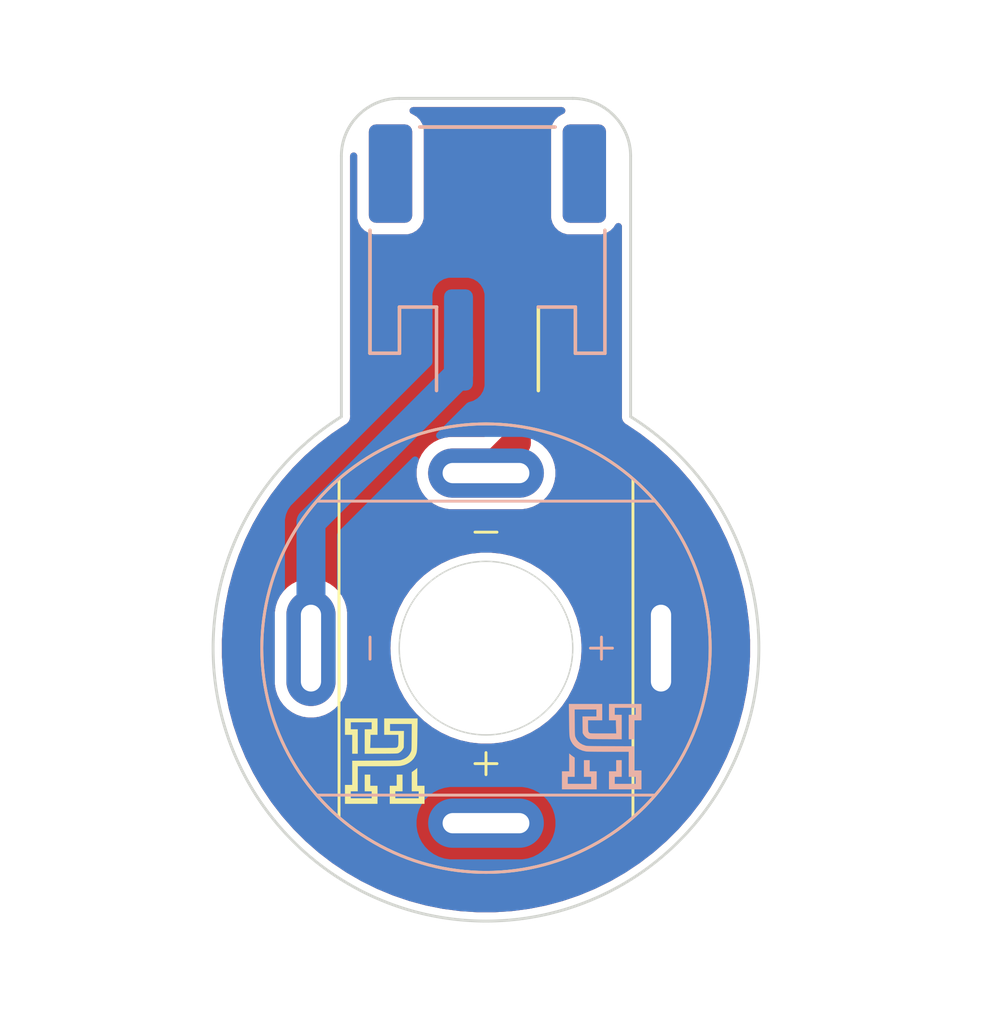
<source format=kicad_pcb>
(kicad_pcb (version 20240108) (generator "pcbnew") (generator_version "8.0")
  (layers (0 "F.Cu" signal) (31 "B.Cu" signal) (34 "B.Paste" user) (35 "F.Paste" user) (36 "B.SilkS" user "B.Silkscreen") (37 "F.SilkS" user "F.Silkscreen") (38 "B.Mask" user) (39 "F.Mask" user) (44 "Edge.Cuts" user))
  (net 0 "")
  (net 1 "Net-(J101-Pin_1)")
  (net 2 "Net-(J101-Pin_2)")
  (net 3 "Net-(J102-Pin_2)")
  (net 4 "Net-(J102-Pin_1)")
  (footprint "Custom:Chihai_CHR_GM16" (layer "F.Cu") (at 100 100)
    (property "Reference" "M101" (hide yes))
    (property "Value" "Motor_DC")
    (fp_line (start -5.08 -5.842) (end -5.08 5.842) (stroke (width 0.1)) (layer "F.SilkS"))
    (fp_line (start 5.08 -5.842) (end 5.08 5.842) (stroke (width 0.1)) (layer "F.SilkS"))
    (fp_circle (center 0 0) (end 7.75 0) (stroke (width 0.1)) (fill none) (layer "F.SilkS"))
    (fp_circle (center 0 0) (end 3 0) (stroke (width 0.05)) (fill none) (layer "Edge.Cuts"))
    (fp_text user "+" (at 0 4.5 0) (layer "F.SilkS") (effects (font (thickness 0.1)) (justify bottom)))
    (fp_text user "-" (at 0 -3.5 0) (layer "F.SilkS") (effects (font (thickness 0.1)) (justify bottom)))
    (pad "1" thru_hole oval (at 0 -6.05) (size 4 1.7) (drill oval 3 0.7) (layers "*.Cu" "*.Mask") (net 1 "Net-(J101-Pin_1)"))
    (pad "2" thru_hole oval (at 0 6.05) (size 4 1.7) (drill oval 3 0.7) (layers "*.Cu" "*.Mask") (net 2 "Net-(J101-Pin_2)"))
  )
  (footprint "LOGO" (layer "F.Cu") (at 96.5 103.9)
    (property "Reference" "G***" (hide yes))
    (property "Value" "LOGO" (hide yes))
    (fp_poly (pts (xy 1.125256 0.546956) (xy 1.125256 0.855964) (xy 1.250284 0.855964) (xy 1.375312 0.855964) (xy 1.375312 1.168535) (xy 1.375312 1.481106) (xy 0.774214 1.481106) (xy 0.173116 1.481106) (xy 0.173116 1.168535) (xy 0.173116 0.855964) (xy 0.293336 0.855964) (xy 0.413555 0.855964) (xy 0.413555 0.663613) (xy 0.413555 0.471261) (xy 0.51454 0.471261) (xy 0.615524 0.471261) (xy 0.615524 0.759788) (xy 0.615524 1.048315) (xy 0.490496 1.048315) (xy 0.365468 1.048315) (xy 0.365468 1.168535) (xy 0.365468 1.288755) (xy 0.769406 1.288755) (xy 1.173343 1.288755) (xy 1.173343 1.168535) (xy 1.173343 1.048315) (xy 1.053124 1.048315) (xy 0.932904 1.048315) (xy 0.932904 0.716868) (xy 0.932904 0.38542) (xy 0.988205 0.346734) (xy 1.02427 0.320492) (xy 1.060961 0.2922) (xy 1.084381 0.272999) (xy 1.125256 0.237949)) (fill solid) (layer "F.SilkS"))
    (fp_poly (pts (xy -0.250057 -1.18777) (xy -0.250057 -0.904051) (xy -0.370276 -0.904051) (xy -0.490496 -0.904051) (xy -0.490528 -0.829515) (xy -0.49096 -0.79262) (xy -0.492126 -0.742261) (xy -0.493863 -0.684188) (xy -0.496013 -0.62415) (xy -0.496843 -0.603502) (xy -0.503125 -0.452025) (xy -0.054064 -0.452025) (xy 0.051415 -0.452076) (xy 0.139359 -0.452267) (xy 0.211468 -0.452658) (xy 0.269442 -0.453306) (xy 0.314982 -0.454271) (xy 0.349788 -0.455612) (xy 0.375559 -0.457387) (xy 0.393996 -0.459656) (xy 0.406799 -0.462476) (xy 0.415668 -0.465907) (xy 0.420015 -0.468418) (xy 0.436707 -0.481515) (xy 0.449401 -0.49784) (xy 0.458622 -0.520028) (xy 0.464893 -0.550712) (xy 0.46874 -0.592527) (xy 0.470687 -0.648107) (xy 0.471259 -0.720086) (xy 0.471261 -0.725817) (xy 0.471261 -0.904051) (xy 0.226013 -0.904051) (xy -0.019235 -0.904051) (xy -0.019235 -1.18777) (xy -0.019235 -1.471488) (xy 0.558068 -1.471488) (xy 1.13537 -1.471488) (xy 1.129005 -0.925691) (xy 1.12751 -0.801162) (xy 1.126034 -0.694157) (xy 1.124404 -0.602963) (xy 1.122445 -0.525869) (xy 1.119986 -0.461164) (xy 1.116852 -0.407137) (xy 1.112871 -0.362076) (xy 1.10787 -0.32427) (xy 1.101675 -0.292008) (xy 1.094113 -0.263577) (xy 1.085012 -0.237268) (xy 1.074197 -0.211369) (xy 1.061497 -0.184168) (xy 1.052011 -0.1647) (xy 1.002033 -0.084026) (xy 0.936207 -0.011478) (xy 0.856717 0.051519) (xy 0.765746 0.103542) (xy 0.665476 0.143164) (xy 0.558091 0.168963) (xy 0.535484 0.172403) (xy 0.509118 0.1746) (xy 0.464196 0.176555) (xy 0.401397 0.178259) (xy 0.321397 0.179703) (xy 0.224874 0.180877) (xy 0.112507 0.181773) (xy -0.015026 0.182381) (xy -0.157049 0.182692) (xy -0.236326 0.182734) (xy -0.932904 0.182734) (xy -0.932904 0.615525) (xy -0.932904 1.048315) (xy -1.053124 1.048315) (xy -1.173343 1.048315) (xy -1.173343 1.168535) (xy -1.173343 1.288755) (xy -0.812685 1.288755) (xy -0.452026 1.288755) (xy -0.452026 1.168535) (xy -0.452026 1.048315) (xy -0.572245 1.048315) (xy -0.692465 1.048315) (xy -0.692465 0.759788) (xy -0.692465 0.471261) (xy -0.596289 0.471261) (xy -0.500114 0.471261) (xy -0.500114 0.663613) (xy -0.500114 0.855964) (xy -0.375085 0.855964) (xy -0.250057 0.855964) (xy -0.250057 1.168535) (xy -0.250057 1.481106) (xy -0.812685 1.481106) (xy -1.375312 1.481106) (xy -1.375312 1.154109) (xy -1.375312 0.827111) (xy -1.250284 0.827111) (xy -1.125256 0.827111) (xy -1.125256 0.409246) (xy -1.125256 -0.008619) (xy -0.310167 -0.011935) (xy -0.164832 -0.012553) (xy -0.037448 -0.013165) (xy 0.07327 -0.013802) (xy 0.168606 -0.014493) (xy 0.249845 -0.015269) (xy 0.318271 -0.016157) (xy 0.375169 -0.017189) (xy 0.421824 -0.018393) (xy 0.459519 -0.0198) (xy 0.48954 -0.021439) (xy 0.51317 -0.023338) (xy 0.531695 -0.025529) (xy 0.546398 -0.028041) (xy 0.558565 -0.030902) (xy 0.562628 -0.03204) (xy 0.661413 -0.068175) (xy 0.744425 -0.114791) (xy 0.812422 -0.172536) (xy 0.86616 -0.242055) (xy 0.906397 -0.323994) (xy 0.907149 -0.325976) (xy 0.911903 -0.339291) (xy 0.915873 -0.353032) (xy 0.919146 -0.369027) (xy 0.921807 -0.389105) (xy 0.923942 -0.415095) (xy 0.925636 -0.448826) (xy 0.926975 -0.492125) (xy 0.928044 -0.546821) (xy 0.92893 -0.614743) (xy 0.929717 -0.69772) (xy 0.930491 -0.797581) (xy 0.930723 -0.829515) (xy 0.933951 -1.279136) (xy 0.558343 -1.279136) (xy 0.182734 -1.279136) (xy 0.182734 -1.158917) (xy 0.182734 -1.038697) (xy 0.4237 -1.038697) (xy 0.664666 -1.038697) (xy 0.661735 -0.752575) (xy 0.658804 -0.466452) (xy 0.633102 -0.417754) (xy 0.59375 -0.36115) (xy 0.541271 -0.311753) (xy 0.482056 -0.275421) (xy 0.472299 -0.271111) (xy 0.462096 -0.26744) (xy 0.449882 -0.264348) (xy 0.43409 -0.261775) (xy 0.413156 -0.259661) (xy 0.385514 -0.257947) (xy 0.349597 -0.256572) (xy 0.303841 -0.255477) (xy 0.246679 -0.254602) (xy 0.176546 -0.253886) (xy 0.091876 -0.25327) (xy -0.008896 -0.252694) (xy -0.127337 -0.252098) (xy -0.127433 -0.252098) (xy -0.692465 -0.24933) (xy -0.692465 -0.672866) (xy -0.692465 -1.096403) (xy -0.572245 -1.096403) (xy -0.452026 -1.096403) (xy -0.452026 -1.216622) (xy -0.452026 -1.336842) (xy -0.812685 -1.336842) (xy -1.173343 -1.336842) (xy -1.173343 -1.216622) (xy -1.173343 -1.096403) (xy -1.053124 -1.096403) (xy -0.932904 -1.096403) (xy -0.932904 -0.67323) (xy -0.932904 -0.250057) (xy -1.02908 -0.250057) (xy -1.125256 -0.250057) (xy -1.125256 -0.577054) (xy -1.125256 -0.904051) (xy -1.250284 -0.904051) (xy -1.375312 -0.904051) (xy -1.375312 -1.18777) (xy -1.375312 -1.471488) (xy -0.812685 -1.471488) (xy -0.250057 -1.471488)) (fill solid) (layer "F.SilkS"))
  )
  (footprint "Connector_JST:JST_PH_S2B-PH-SM4-TB_1x02-1MP_P2.00mm_Horizontal" (layer "F.Cu") (at 100.05 86.5 180)
    (property "Reference" "J101" (hide yes))
    (property "Value" "Conn_01x02_Socket")
    (fp_line (start 4.06 0.94) (end 4.06 -3.31) (stroke (width 0.12)) (layer "F.SilkS"))
    (fp_line (start 4.06 -3.31) (end 3.04 -3.31) (stroke (width 0.12)) (layer "F.SilkS"))
    (fp_line (start 3.04 -1.71) (end 1.76 -1.71) (stroke (width 0.12)) (layer "F.SilkS"))
    (fp_line (start 3.04 -3.31) (end 3.04 -1.71) (stroke (width 0.12)) (layer "F.SilkS"))
    (fp_line (start -1.76 -1.71) (end -1.76 -4.6) (stroke (width 0.12)) (layer "F.SilkS"))
    (fp_line (start -2.34 4.51) (end 2.34 4.51) (stroke (width 0.12)) (layer "F.SilkS"))
    (fp_line (start -3.04 -1.71) (end -1.76 -1.71) (stroke (width 0.12)) (layer "F.SilkS"))
    (fp_line (start -3.04 -3.31) (end -3.04 -1.71) (stroke (width 0.12)) (layer "F.SilkS"))
    (fp_line (start -4.06 0.94) (end -4.06 -3.31) (stroke (width 0.12)) (layer "F.SilkS"))
    (fp_line (start -4.06 -3.31) (end -3.04 -3.31) (stroke (width 0.12)) (layer "F.SilkS"))
    (pad "1" smd roundrect (at -1 -2.85 180) (size 1 3.5) (layers "F.Cu" "F.Paste" "F.Mask") (net 1 "Net-(J101-Pin_1)"))
    (pad "2" smd roundrect (at 1 -2.85 180) (size 1 3.5) (layers "F.Cu" "F.Paste" "F.Mask") (net 2 "Net-(J101-Pin_2)"))
    (pad "MP" smd roundrect (at -3.35 2.9 180) (size 1.5 3.4) (layers "F.Cu" "F.Paste" "F.Mask") (roundrect_rratio 0.166667))
    (pad "MP" smd roundrect (at 3.35 2.9 180) (size 1.5 3.4) (layers "F.Cu" "F.Paste" "F.Mask") (roundrect_rratio 0.166667))
  )
  (footprint "Connector_JST:JST_PH_S2B-PH-SM4-TB_1x02-1MP_P2.00mm_Horizontal" (layer "B.Cu") (at 100.05 86.5)
    (property "Reference" "J102" (hide yes))
    (property "Value" "Conn_01x02_Socket")
    (fp_line (start -4.06 3.31) (end -4.06 -0.94) (stroke (width 0.12)) (layer "B.SilkS"))
    (fp_line (start -3.04 1.71) (end -3.04 3.31) (stroke (width 0.12)) (layer "B.SilkS"))
    (fp_line (start -3.04 3.31) (end -4.06 3.31) (stroke (width 0.12)) (layer "B.SilkS"))
    (fp_line (start -1.76 1.71) (end -3.04 1.71) (stroke (width 0.12)) (layer "B.SilkS"))
    (fp_line (start -1.76 4.6) (end -1.76 1.71) (stroke (width 0.12)) (layer "B.SilkS"))
    (fp_line (start 1.76 1.71) (end 3.04 1.71) (stroke (width 0.12)) (layer "B.SilkS"))
    (fp_line (start 2.34 -4.51) (end -2.34 -4.51) (stroke (width 0.12)) (layer "B.SilkS"))
    (fp_line (start 3.04 1.71) (end 3.04 3.31) (stroke (width 0.12)) (layer "B.SilkS"))
    (fp_line (start 3.04 3.31) (end 4.06 3.31) (stroke (width 0.12)) (layer "B.SilkS"))
    (fp_line (start 4.06 3.31) (end 4.06 -0.94) (stroke (width 0.12)) (layer "B.SilkS"))
    (pad "1" smd roundrect (at -1 2.85) (size 1 3.5) (layers "B.Cu" "B.Paste" "B.Mask") (net 4 "Net-(J102-Pin_1)"))
    (pad "2" smd roundrect (at 1 2.85) (size 1 3.5) (layers "B.Cu" "B.Paste" "B.Mask") (net 3 "Net-(J102-Pin_2)"))
    (pad "MP" smd roundrect (at -3.35 -2.9) (size 1.5 3.4) (layers "B.Cu" "B.Paste" "B.Mask") (roundrect_rratio 0.166667))
    (pad "MP" smd roundrect (at 3.35 -2.9) (size 1.5 3.4) (layers "B.Cu" "B.Paste" "B.Mask") (roundrect_rratio 0.166667))
  )
  (footprint "LOGO" (layer "B.Cu") (at 104 103.4 180)
    (property "Reference" "G***" (hide yes))
    (property "Value" "LOGO" (hide yes))
    (fp_poly (pts (xy 1.125256 -0.546956) (xy 1.125256 -0.855964) (xy 1.250284 -0.855964) (xy 1.375312 -0.855964) (xy 1.375312 -1.168535) (xy 1.375312 -1.481106) (xy 0.774214 -1.481106) (xy 0.173116 -1.481106) (xy 0.173116 -1.168535) (xy 0.173116 -0.855964) (xy 0.293336 -0.855964) (xy 0.413555 -0.855964) (xy 0.413555 -0.663613) (xy 0.413555 -0.471261) (xy 0.51454 -0.471261) (xy 0.615524 -0.471261) (xy 0.615524 -0.759788) (xy 0.615524 -1.048315) (xy 0.490496 -1.048315) (xy 0.365468 -1.048315) (xy 0.365468 -1.168535) (xy 0.365468 -1.288755) (xy 0.769406 -1.288755) (xy 1.173343 -1.288755) (xy 1.173343 -1.168535) (xy 1.173343 -1.048315) (xy 1.053124 -1.048315) (xy 0.932904 -1.048315) (xy 0.932904 -0.716868) (xy 0.932904 -0.38542) (xy 0.988205 -0.346734) (xy 1.02427 -0.320492) (xy 1.060961 -0.2922) (xy 1.084381 -0.272999) (xy 1.125256 -0.237949)) (fill solid) (layer "B.SilkS"))
    (fp_poly (pts (xy -0.250057 1.18777) (xy -0.250057 0.904051) (xy -0.370276 0.904051) (xy -0.490496 0.904051) (xy -0.490528 0.829515) (xy -0.49096 0.79262) (xy -0.492126 0.742261) (xy -0.493863 0.684188) (xy -0.496013 0.62415) (xy -0.496843 0.603502) (xy -0.503125 0.452025) (xy -0.054064 0.452025) (xy 0.051415 0.452076) (xy 0.139359 0.452267) (xy 0.211468 0.452658) (xy 0.269442 0.453306) (xy 0.314982 0.454271) (xy 0.349788 0.455612) (xy 0.375559 0.457387) (xy 0.393996 0.459656) (xy 0.406799 0.462476) (xy 0.415668 0.465907) (xy 0.420015 0.468418) (xy 0.436707 0.481515) (xy 0.449401 0.49784) (xy 0.458622 0.520028) (xy 0.464893 0.550712) (xy 0.46874 0.592527) (xy 0.470687 0.648107) (xy 0.471259 0.720086) (xy 0.471261 0.725817) (xy 0.471261 0.904051) (xy 0.226013 0.904051) (xy -0.019235 0.904051) (xy -0.019235 1.18777) (xy -0.019235 1.471488) (xy 0.558068 1.471488) (xy 1.13537 1.471488) (xy 1.129005 0.925691) (xy 1.12751 0.801162) (xy 1.126034 0.694157) (xy 1.124404 0.602963) (xy 1.122445 0.525869) (xy 1.119986 0.461164) (xy 1.116852 0.407137) (xy 1.112871 0.362076) (xy 1.10787 0.32427) (xy 1.101675 0.292008) (xy 1.094113 0.263577) (xy 1.085012 0.237268) (xy 1.074197 0.211369) (xy 1.061497 0.184168) (xy 1.052011 0.1647) (xy 1.002033 0.084026) (xy 0.936207 0.011478) (xy 0.856717 -0.051519) (xy 0.765746 -0.103542) (xy 0.665476 -0.143164) (xy 0.558091 -0.168963) (xy 0.535484 -0.172403) (xy 0.509118 -0.1746) (xy 0.464196 -0.176555) (xy 0.401397 -0.178259) (xy 0.321397 -0.179703) (xy 0.224874 -0.180877) (xy 0.112507 -0.181773) (xy -0.015026 -0.182381) (xy -0.157049 -0.182692) (xy -0.236326 -0.182734) (xy -0.932904 -0.182734) (xy -0.932904 -0.615525) (xy -0.932904 -1.048315) (xy -1.053124 -1.048315) (xy -1.173343 -1.048315) (xy -1.173343 -1.168535) (xy -1.173343 -1.288755) (xy -0.812685 -1.288755) (xy -0.452026 -1.288755) (xy -0.452026 -1.168535) (xy -0.452026 -1.048315) (xy -0.572245 -1.048315) (xy -0.692465 -1.048315) (xy -0.692465 -0.759788) (xy -0.692465 -0.471261) (xy -0.596289 -0.471261) (xy -0.500114 -0.471261) (xy -0.500114 -0.663613) (xy -0.500114 -0.855964) (xy -0.375085 -0.855964) (xy -0.250057 -0.855964) (xy -0.250057 -1.168535) (xy -0.250057 -1.481106) (xy -0.812685 -1.481106) (xy -1.375312 -1.481106) (xy -1.375312 -1.154109) (xy -1.375312 -0.827111) (xy -1.250284 -0.827111) (xy -1.125256 -0.827111) (xy -1.125256 -0.409246) (xy -1.125256 0.008619) (xy -0.310167 0.011935) (xy -0.164832 0.012553) (xy -0.037448 0.013165) (xy 0.07327 0.013802) (xy 0.168606 0.014493) (xy 0.249845 0.015269) (xy 0.318271 0.016157) (xy 0.375169 0.017189) (xy 0.421824 0.018393) (xy 0.459519 0.0198) (xy 0.48954 0.021439) (xy 0.51317 0.023338) (xy 0.531695 0.025529) (xy 0.546398 0.028041) (xy 0.558565 0.030902) (xy 0.562628 0.03204) (xy 0.661413 0.068175) (xy 0.744425 0.114791) (xy 0.812422 0.172536) (xy 0.86616 0.242055) (xy 0.906397 0.323994) (xy 0.907149 0.325976) (xy 0.911903 0.339291) (xy 0.915873 0.353032) (xy 0.919146 0.369027) (xy 0.921807 0.389105) (xy 0.923942 0.415095) (xy 0.925636 0.448826) (xy 0.926975 0.492125) (xy 0.928044 0.546821) (xy 0.92893 0.614743) (xy 0.929717 0.69772) (xy 0.930491 0.797581) (xy 0.930723 0.829515) (xy 0.933951 1.279136) (xy 0.558343 1.279136) (xy 0.182734 1.279136) (xy 0.182734 1.158917) (xy 0.182734 1.038697) (xy 0.4237 1.038697) (xy 0.664666 1.038697) (xy 0.661735 0.752575) (xy 0.658804 0.466452) (xy 0.633102 0.417754) (xy 0.59375 0.36115) (xy 0.541271 0.311753) (xy 0.482056 0.275421) (xy 0.472299 0.271111) (xy 0.462096 0.26744) (xy 0.449882 0.264348) (xy 0.43409 0.261775) (xy 0.413156 0.259661) (xy 0.385514 0.257947) (xy 0.349597 0.256572) (xy 0.303841 0.255477) (xy 0.246679 0.254602) (xy 0.176546 0.253886) (xy 0.091876 0.25327) (xy -0.008896 0.252694) (xy -0.127337 0.252098) (xy -0.127433 0.252098) (xy -0.692465 0.24933) (xy -0.692465 0.672866) (xy -0.692465 1.096403) (xy -0.572245 1.096403) (xy -0.452026 1.096403) (xy -0.452026 1.216622) (xy -0.452026 1.336842) (xy -0.812685 1.336842) (xy -1.173343 1.336842) (xy -1.173343 1.216622) (xy -1.173343 1.096403) (xy -1.053124 1.096403) (xy -0.932904 1.096403) (xy -0.932904 0.67323) (xy -0.932904 0.250057) (xy -1.02908 0.250057) (xy -1.125256 0.250057) (xy -1.125256 0.577054) (xy -1.125256 0.904051) (xy -1.250284 0.904051) (xy -1.375312 0.904051) (xy -1.375312 1.18777) (xy -1.375312 1.471488) (xy -0.812685 1.471488) (xy -0.250057 1.471488)) (fill solid) (layer "B.SilkS"))
  )
  (footprint "Custom:Chihai_CHR_GM16" (layer "B.Cu") (at 100 100 -90)
    (property "Reference" "M102" (hide yes))
    (property "Value" "Motor_DC")
    (fp_line (start -5.08 -5.842) (end -5.08 5.842) (stroke (width 0.1)) (layer "B.SilkS"))
    (fp_line (start 5.08 -5.842) (end 5.08 5.842) (stroke (width 0.1)) (layer "B.SilkS"))
    (fp_circle (center 0 0) (end 7.75 0) (stroke (width 0.1)) (fill none) (layer "B.SilkS"))
    (fp_text user "+" (at 0 -4.5 90) (layer "B.SilkS") (effects (font (thickness 0.1)) (justify bottom mirror)))
    (fp_text user "-" (at 0 3.5 90) (layer "B.SilkS") (effects (font (thickness 0.1)) (justify bottom mirror)))
    (pad "1" thru_hole oval (at 0 6.05 270) (size 4 1.7) (drill oval 3 0.7) (layers "*.Cu" "*.Mask") (net 4 "Net-(J102-Pin_1)"))
    (pad "2" thru_hole oval (at 0 -6.05 270) (size 4 1.7) (drill oval 3 0.7) (layers "*.Cu" "*.Mask") (net 3 "Net-(J102-Pin_2)"))
  )
  (gr_line (start 95 92) (end 95 83) (stroke (width 0.1)) (layer "Edge.Cuts"))
  (gr_arc (start 105 92) (mid 100 109.433981) (end 95 92) (stroke (width 0.1)) (layer "Edge.Cuts"))
  (gr_line (start 103 81) (end 97 81) (stroke (width 0.1)) (layer "Edge.Cuts"))
  (gr_arc (start 95 83) (mid 95.585786 81.585786) (end 97 81) (stroke (width 0.1)) (layer "Edge.Cuts"))
  (gr_arc (start 103 81) (mid 104.414214 81.585786) (end 105 83) (stroke (width 0.1)) (layer "Edge.Cuts"))
  (gr_line (start 105 83) (end 105 92) (stroke (width 0.1)) (layer "Edge.Cuts"))
  (segment (start 100 93.95) (end 101.05 92.9) (width 1) (layer "F.Cu") (net 1))
  (segment (start 101.05 92.9) (end 101.05 89.35) (width 1) (layer "F.Cu") (net 1))
  (segment (start 93.95 95.65) (end 99.05 90.55) (width 1) (layer "B.Cu") (net 4))
  (segment (start 99.05 90.55) (end 99.05 89.35) (width 1) (layer "B.Cu") (net 4))
  (segment (start 93.95 100) (end 93.95 95.65) (width 1) (layer "B.Cu") (net 4))
  (zone (net 2) (net_name "Net-(J101-Pin_2)") (layer "F.Cu") (priority 1) (connect_pads yes (clearance 0.4)) (min_thickness 0.25) (fill yes (thermal_gap 0.5) (thermal_bridge_width 0.5))
    (polygon (pts (xy 113.6 80.4) (xy 114.4 111.4) (xy 86 113) (xy 85.2 77.6)))
  )
  (zone (net 3) (net_name "Net-(J102-Pin_2)") (layer "B.Cu") (connect_pads yes (clearance 0.4)) (min_thickness 0.25) (fill yes (thermal_gap 0.5) (thermal_bridge_width 0.5))
    (polygon (pts (xy 83.2 79.2) (xy 83.2 112.6) (xy 117.4 112.8) (xy 115.6 78.6)))
  )
)
</source>
